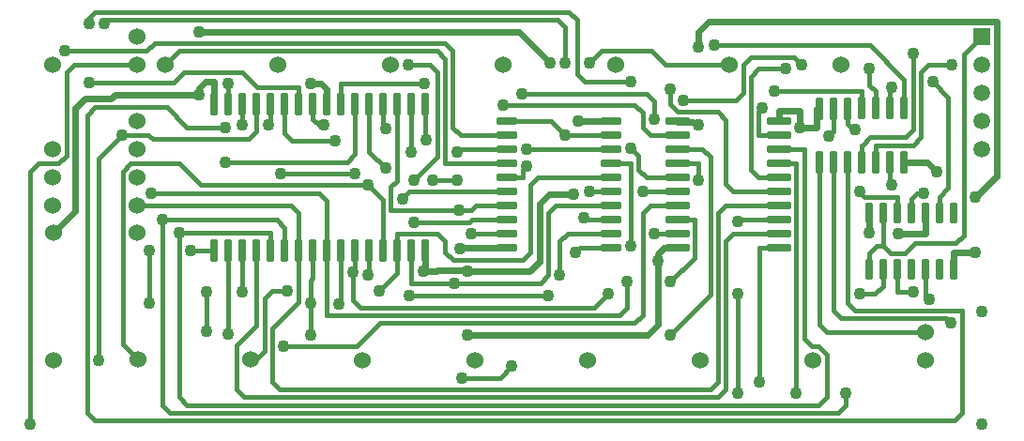
<source format=gtl>
G04 DipTrace 5.0.0.1*
G04 mem-ext-512-sip.GTL*
%MOIN*%
G04 #@! TF.FileFunction,Copper,L1,Top*
G04 #@! TF.Part,Single*
%AMOUTLINE6*
4,1,28,
-0.006299,0.040748,
0.0063,0.040748,
0.008032,0.04052,
0.009646,0.039851,
0.011032,0.038788,
0.012096,0.037401,
0.012764,0.035787,
0.012992,0.034055,
0.012992,-0.034055,
0.012764,-0.035787,
0.012095,-0.037402,
0.011031,-0.038788,
0.009645,-0.039851,
0.008031,-0.04052,
0.006299,-0.040748,
-0.0063,-0.040748,
-0.008032,-0.04052,
-0.009646,-0.039851,
-0.011032,-0.038788,
-0.012096,-0.037401,
-0.012764,-0.035787,
-0.012992,-0.034055,
-0.012992,0.034055,
-0.012764,0.035787,
-0.012095,0.037402,
-0.011031,0.038788,
-0.009645,0.039851,
-0.008031,0.04052,
-0.006299,0.040748,
0*%
%AMOUTLINE9*
4,1,28,
0.006299,-0.040748,
-0.0063,-0.040748,
-0.008032,-0.04052,
-0.009646,-0.039851,
-0.011032,-0.038788,
-0.012096,-0.037401,
-0.012764,-0.035787,
-0.012992,-0.034055,
-0.012992,0.034055,
-0.012764,0.035787,
-0.012095,0.037402,
-0.011031,0.038788,
-0.009645,0.039851,
-0.008031,0.04052,
-0.006299,0.040748,
0.0063,0.040748,
0.008032,0.04052,
0.009646,0.039851,
0.011032,0.038788,
0.012096,0.037401,
0.012764,0.035787,
0.012992,0.034055,
0.012992,-0.034055,
0.012764,-0.035787,
0.012095,-0.037402,
0.011031,-0.038788,
0.009645,-0.039851,
0.008031,-0.04052,
0.006299,-0.040748,
0*%
%AMOUTLINE12*
4,1,28,
0.036417,0.006299,
0.036417,-0.006299,
0.036203,-0.00793,
0.035573,-0.009449,
0.034572,-0.010753,
0.033268,-0.011754,
0.031748,-0.012384,
0.030118,-0.012598,
-0.030118,-0.012598,
-0.031748,-0.012384,
-0.033268,-0.011754,
-0.034572,-0.010753,
-0.035573,-0.009449,
-0.036203,-0.00793,
-0.036417,-0.006299,
-0.036417,0.006299,
-0.036203,0.00793,
-0.035573,0.009449,
-0.034572,0.010753,
-0.033268,0.011754,
-0.031748,0.012384,
-0.030118,0.012598,
0.030118,0.012598,
0.031748,0.012384,
0.033268,0.011754,
0.034572,0.010753,
0.035573,0.009449,
0.036203,0.00793,
0.036417,0.006299,
0*%
%AMOUTLINE15*
4,1,28,
-0.036417,-0.006299,
-0.036417,0.006299,
-0.036203,0.00793,
-0.035573,0.009449,
-0.034572,0.010753,
-0.033268,0.011754,
-0.031748,0.012384,
-0.030118,0.012598,
0.030118,0.012598,
0.031748,0.012384,
0.033268,0.011754,
0.034572,0.010753,
0.035573,0.009449,
0.036203,0.00793,
0.036417,0.006299,
0.036417,-0.006299,
0.036203,-0.00793,
0.035573,-0.009449,
0.034572,-0.010753,
0.033268,-0.011754,
0.031748,-0.012384,
0.030118,-0.012598,
-0.030118,-0.012598,
-0.031748,-0.012384,
-0.033268,-0.011754,
-0.034572,-0.010753,
-0.035573,-0.009449,
-0.036203,-0.00793,
-0.036417,-0.006299,
0*%
%AMOUTLINE18*
4,1,28,
0.042323,0.006498,
0.042323,-0.006494,
0.042109,-0.008125,
0.041479,-0.009644,
0.040478,-0.010949,
0.039174,-0.01195,
0.037655,-0.012579,
0.036024,-0.012794,
-0.036023,-0.012797,
-0.037653,-0.012582,
-0.039173,-0.011953,
-0.040477,-0.010952,
-0.041478,-0.009647,
-0.042108,-0.008128,
-0.042323,-0.006498,
-0.042323,0.006494,
-0.042109,0.008125,
-0.041479,0.009644,
-0.040478,0.010949,
-0.039174,0.01195,
-0.037655,0.012579,
-0.036024,0.012794,
0.036023,0.012797,
0.037653,0.012582,
0.039173,0.011953,
0.040477,0.010952,
0.041478,0.009647,
0.042108,0.008128,
0.042323,0.006498,
0*%
%AMOUTLINE21*
4,1,28,
-0.042323,-0.006498,
-0.042323,0.006494,
-0.042109,0.008125,
-0.041479,0.009644,
-0.040478,0.010949,
-0.039174,0.01195,
-0.037655,0.012579,
-0.036024,0.012794,
0.036023,0.012797,
0.037653,0.012582,
0.039173,0.011953,
0.040477,0.010952,
0.041478,0.009647,
0.042108,0.008128,
0.042323,0.006498,
0.042323,-0.006494,
0.042109,-0.008125,
0.041479,-0.009644,
0.040478,-0.010949,
0.039174,-0.01195,
0.037655,-0.012579,
0.036024,-0.012794,
-0.036023,-0.012797,
-0.037653,-0.012582,
-0.039173,-0.011953,
-0.040477,-0.010952,
-0.041478,-0.009647,
-0.042108,-0.008128,
-0.042323,-0.006498,
0*%
%AMOUTLINE24*
4,1,28,
-0.006302,0.040748,
0.006296,0.040748,
0.008028,0.040521,
0.009643,0.039852,
0.011029,0.038789,
0.012093,0.037402,
0.012761,0.035788,
0.01299,0.034056,
0.012995,-0.034054,
0.012767,-0.035786,
0.012098,-0.037401,
0.011035,-0.038787,
0.009649,-0.039851,
0.008034,-0.040519,
0.006302,-0.040748,
-0.006296,-0.040748,
-0.008028,-0.040521,
-0.009643,-0.039852,
-0.011029,-0.038789,
-0.012093,-0.037402,
-0.012761,-0.035788,
-0.01299,-0.034056,
-0.012995,0.034054,
-0.012767,0.035786,
-0.012098,0.037401,
-0.011035,0.038787,
-0.009649,0.039851,
-0.008034,0.040519,
-0.006302,0.040748,
0*%
%AMOUTLINE27*
4,1,28,
0.006302,-0.040748,
-0.006296,-0.040748,
-0.008028,-0.040521,
-0.009643,-0.039852,
-0.011029,-0.038789,
-0.012093,-0.037402,
-0.012761,-0.035788,
-0.01299,-0.034056,
-0.012995,0.034054,
-0.012767,0.035786,
-0.012098,0.037401,
-0.011035,0.038787,
-0.009649,0.039851,
-0.008034,0.040519,
-0.006302,0.040748,
0.006296,0.040748,
0.008028,0.040521,
0.009643,0.039852,
0.011029,0.038789,
0.012093,0.037402,
0.012761,0.035788,
0.01299,0.034056,
0.012995,-0.034054,
0.012767,-0.035786,
0.012098,-0.037401,
0.011035,-0.038787,
0.009649,-0.039851,
0.008034,-0.040519,
0.006302,-0.040748,
0*%
%AMOUTLINE30*
4,1,28,
-0.006499,0.036417,
0.006494,0.036418,
0.008124,0.036203,
0.009643,0.035574,
0.010948,0.034573,
0.011949,0.033269,
0.012578,0.031749,
0.012793,0.030119,
0.012797,-0.030117,
0.012583,-0.031748,
0.011954,-0.033267,
0.010953,-0.034572,
0.009648,-0.035573,
0.008129,-0.036202,
0.006499,-0.036417,
-0.006494,-0.036418,
-0.008124,-0.036203,
-0.009643,-0.035574,
-0.010948,-0.034573,
-0.011949,-0.033269,
-0.012578,-0.031749,
-0.012793,-0.030119,
-0.012797,0.030117,
-0.012583,0.031748,
-0.011954,0.033267,
-0.010953,0.034572,
-0.009648,0.035573,
-0.008129,0.036202,
-0.006499,0.036417,
0*%
%AMOUTLINE33*
4,1,28,
0.006499,-0.036417,
-0.006494,-0.036418,
-0.008124,-0.036203,
-0.009643,-0.035574,
-0.010948,-0.034573,
-0.011949,-0.033269,
-0.012578,-0.031749,
-0.012793,-0.030119,
-0.012797,0.030117,
-0.012583,0.031748,
-0.011954,0.033267,
-0.010953,0.034572,
-0.009648,0.035573,
-0.008129,0.036202,
-0.006499,0.036417,
0.006494,0.036418,
0.008124,0.036203,
0.009643,0.035574,
0.010948,0.034573,
0.011949,0.033269,
0.012578,0.031749,
0.012793,0.030119,
0.012797,-0.030117,
0.012583,-0.031748,
0.011954,-0.033267,
0.010953,-0.034572,
0.009648,-0.035573,
0.008129,-0.036202,
0.006499,-0.036417,
0*%
G04 #@! TA.AperFunction,Conductor*
%ADD15C,0.015748*%
%ADD16C,0.023622*%
G04 #@! TA.AperFunction,ComponentPad*
%ADD19C,0.06*%
%ADD20C,0.043307*%
%ADD21R,0.059055X0.059055*%
%ADD22C,0.059055*%
G04 #@! TA.AperFunction,ViaPad*
%ADD23C,0.043307*%
%ADD45OUTLINE6*%
%ADD48OUTLINE9*%
%ADD51OUTLINE12*%
%ADD54OUTLINE15*%
%ADD57OUTLINE18*%
%ADD60OUTLINE21*%
%ADD63OUTLINE24*%
%ADD66OUTLINE27*%
%ADD69OUTLINE30*%
%ADD72OUTLINE33*%
%FSLAX26Y26*%
G04*
G70*
G90*
G75*
G01*
G04 Top*
%LPD*%
X3739178Y1743702D2*
D15*
X3656501D1*
X3628942Y1716143D1*
Y1486222D1*
X3601383Y1458663D1*
X3468712D1*
Y1398232D1*
X3602115Y937600D2*
X3543712D1*
Y1018697D1*
X3639753Y1288584D2*
X3615358D1*
X3593698Y1266924D1*
Y1218701D1*
X708895Y693702D2*
Y1410714D1*
X791568Y1493387D1*
X2528941Y1493701D2*
X2366151Y1493700D1*
X729481Y1889844D2*
D3*
X791568Y1493387D2*
X886498D1*
X900277Y1479608D1*
X1241139D1*
X1268703Y1507172D1*
Y1603545D1*
X2366151Y1493700D2*
X2316151Y1543701D1*
X2158469D1*
X729481Y1889844D2*
X743260Y1903623D1*
X2338592D1*
X2366151Y1876064D1*
Y1752048D1*
X3643701Y793701D2*
X3296265D1*
X3268712Y821254D1*
Y1398217D1*
X1168698Y1083861D2*
X1168702Y788926D1*
X3734725Y827360D2*
X3718698Y843387D1*
X3346265D1*
X3318712Y870941D1*
Y1398221D1*
X466540Y466537D2*
Y1365828D1*
X494099Y1393387D1*
X565828D1*
X593387Y1420946D1*
Y1716139D1*
X620949Y1743701D1*
X843701D1*
X3601383Y1785041D2*
Y1513781D1*
X3573824Y1486222D1*
X3448505D1*
X3420946Y1458663D1*
X3418712D1*
Y1398228D1*
X588580Y1793387D2*
X879607D1*
X907166Y1820946D1*
X1938942D1*
X1966501Y1793387D1*
Y1521261D1*
X1994062Y1493701D1*
X2158469D1*
X943701Y1743701D2*
X993387Y1793387D1*
X1911383D1*
X1938942Y1765828D1*
Y1393701D1*
X2158469D1*
X1787599Y1268308D2*
X1812992Y1293701D1*
X2158469D1*
X1356269Y1357478D2*
X1619489D1*
X1828938Y1185631D2*
X2026293D1*
X2034363Y1193701D1*
X2158469D1*
X1807166Y1743702D2*
X1883824D1*
X1911383Y1716143D1*
Y1417486D1*
X1828938Y1335041D1*
X2401580Y1078541D2*
X2416740Y1093701D1*
X2528941D1*
X2431497Y1202308D2*
X2440105Y1193701D1*
X2528941D1*
X3410044Y931419D2*
X3466143D1*
X3493712Y958988D1*
Y1018694D1*
X2528941Y1293701D2*
X2452765Y1293702D1*
X2947900Y1743701D2*
X2720132D1*
X2670445Y1793387D1*
X2494104D1*
X2452765Y1752048D1*
X3410044Y1294493D2*
X3429733Y1274804D1*
X3543698D1*
Y1218697D1*
X2598824Y1100789D2*
Y1393701D1*
X2528941D1*
X3204281Y1743702D2*
X3176714Y1771269D1*
X3025147D1*
X2997588Y1743710D1*
Y1645080D1*
X2970029Y1617521D1*
X2786308D1*
X3821855Y1078741D2*
D16*
X3743712D1*
Y1018711D1*
X1868698Y1083855D2*
Y1015938D1*
X1862403Y1009643D1*
X2016851Y784726D2*
X2658466D1*
X2693899Y820159D1*
Y1047442D1*
X2839178Y1530119D2*
D3*
X1991348Y1092320D2*
D3*
X2839178Y1807167D2*
Y1861419D1*
X2874611Y1896852D1*
X3896851D1*
Y1348619D1*
X3821855Y1273623D1*
X3685029Y1364174D2*
X3650964Y1398239D1*
X3568712D1*
X1463198Y1677757D2*
X1497048D1*
X1518703Y1656102D1*
Y1603543D1*
X2016851Y1009643D2*
X2238194D1*
X2273627Y1045076D1*
Y1249608D1*
X2309060Y1285041D1*
X2395477D1*
X2016851Y1009643D2*
D3*
X1862403D2*
X1907679D1*
X1912108Y1014072D1*
X2012422D1*
X2016851Y1009643D1*
X1862403D2*
D3*
X2693899Y1047442D2*
Y1072048D1*
X2715544Y1093693D1*
X2763399D1*
X2763380Y1543693D2*
D3*
X2839178Y1530119D2*
X2829336D1*
X2817525Y1541930D1*
X2763380D1*
Y1543693D1*
X1991348Y1092320D2*
X1992729Y1093701D1*
X2158469D1*
X3302359Y1490159D2*
D15*
X3318698Y1506498D1*
Y1589166D1*
X3523430Y1663387D2*
D3*
Y1318899D2*
D3*
Y1663387D2*
X3518698Y1658655D1*
Y1589181D1*
X3523430Y1318899D2*
X3518712Y1323618D1*
Y1398236D1*
X3393387Y1513781D2*
D3*
X3670281Y1685041D2*
X3726367Y1628955D1*
Y1307467D1*
X3693698Y1274798D1*
Y1218708D1*
X3393387Y1513781D2*
X3390357D1*
X3368698Y1535441D1*
Y1589170D1*
X3446265Y1732285D2*
Y1672047D1*
X3468698Y1649615D1*
Y1589177D1*
X3657233Y912285D2*
X3643712Y925807D1*
Y1018704D1*
X2894296Y1812604D2*
X3447441D1*
X3568698Y1691348D1*
Y1589184D1*
X1218703Y1603546D2*
X1218702Y1529328D1*
X1158466Y1398816D2*
X1591139D1*
X1618703Y1426380D1*
Y1603542D1*
X1158466Y1520946D2*
X1022729D1*
X950288Y1593387D1*
X695115D1*
X667556Y1565828D1*
Y507875D1*
X695115Y480316D1*
X3748505D1*
X3776064Y507875D1*
Y870946D1*
X3396265D1*
X3368712Y898500D1*
Y1398225D1*
X1549812Y1474214D2*
X1396261D1*
X1368703Y1501772D1*
Y1603544D1*
X2145674Y1600395D2*
X2612603D1*
X2640162Y1572836D1*
Y1521262D1*
X2667731Y1493693D1*
X2763382D1*
X2598824Y1447856D2*
X2626383Y1420297D1*
Y1371261D1*
X2653951Y1343693D1*
X2763389D1*
X674363Y1889844D2*
D3*
Y1680237D2*
X973957D1*
X1012816Y1719096D1*
X1217127D1*
X1272245Y1663978D1*
X1418703D1*
Y1603544D1*
X674363Y1889844D2*
Y1909528D1*
X696017Y1931182D1*
X2379930D1*
X2407489Y1903623D1*
Y1710635D1*
X2435048Y1683076D1*
X2598824D1*
X2763391Y1293693D2*
X2640162Y1293702D1*
X1864930Y1677757D2*
X1568703D1*
Y1603543D1*
X2763397Y1143693D2*
X2681501Y1143702D1*
X2212210Y1641734D2*
X2653941D1*
X2681501Y1614174D1*
Y1550985D1*
X1508474Y1529328D2*
X1490355D1*
X1468703Y1550980D1*
Y1603544D1*
X3066485Y1589962D2*
D3*
X1168703Y1603546D2*
X1168702Y1677757D1*
X3066485Y1589962D2*
X3052706Y1576183D1*
Y1493709D1*
X3124012D1*
X3149162Y1729930D2*
X3052706D1*
X3025147Y1702371D1*
Y1371261D1*
X3052700Y1343709D1*
X3124019D1*
X1091143Y937218D2*
Y798501D1*
X1218698Y1083861D2*
X1218702Y937218D1*
X1310040Y1529328D2*
D3*
X2736619Y1656497D2*
Y1603741D1*
X2764178Y1576182D1*
X2908076D1*
X2935635Y1548623D1*
Y1321261D1*
X2963188Y1293709D1*
X3124021D1*
X1310040Y1529328D2*
X1318703Y1537991D1*
Y1603545D1*
X1268698Y1083860D2*
Y818072D1*
X1198214Y747588D1*
Y590552D1*
X1225773Y562993D1*
X2908076D1*
X2935635Y590552D1*
Y1116139D1*
X2963205Y1143709D1*
X3124027D1*
X3054533Y618111D2*
Y1093709D1*
X3124029D1*
X1118698Y1083862D2*
X1034725Y1083860D1*
X3107824Y1649608D2*
X3418698D1*
Y1589173D1*
X1718698Y1083856D2*
Y1263005D1*
X1665564Y1316139D1*
X2528941Y1443701D2*
X2228351Y1443698D1*
X1665564Y1316139D2*
X1072698D1*
X995450Y1393387D1*
X821572D1*
X794013Y1365828D1*
Y751787D1*
X847900Y697900D1*
X1704135Y940761D2*
X1768698Y1005324D1*
Y1083856D1*
X1377359Y940761D2*
X1325147D1*
X1297588Y913202D1*
Y727900D1*
X1267588Y697900D1*
X1247900D1*
X1768698Y1083856D2*
Y1144293D1*
X1911615D1*
X1939174Y1116734D1*
Y1078541D1*
X1966733Y1050982D1*
X2214572D1*
X2242131Y1078541D1*
Y1316139D1*
X2269693Y1343701D1*
X2528941D1*
X1247900Y697900D2*
D3*
X1818698Y1083855D2*
Y968304D1*
X1971576D1*
X2277564D1*
X2305123Y995863D1*
Y1216138D1*
X2332686Y1243701D1*
X2528941D1*
X1870044Y1476379D2*
D3*
X1998824Y631895D2*
X2134729D1*
X2176064Y673230D1*
X2346462Y995863D2*
Y1116139D1*
X2374024Y1143701D1*
X2528941D1*
X1870044Y1476379D2*
X1868703Y1477720D1*
Y1603540D1*
X2158469Y1143701D2*
X2030324Y1143702D1*
X1818703Y1603540D2*
X1818702Y1435045D1*
X2158469Y1243701D2*
X2047059D1*
X2030328Y1226970D1*
X1988989D1*
X1746261D1*
Y1310041D1*
X1768703Y1332483D1*
Y1603541D1*
X1727359Y1517718D2*
D3*
X2228351Y1385041D2*
D3*
X1727359Y1517718D2*
X1718703Y1526374D1*
Y1603541D1*
X2228351Y1385041D2*
X2214572Y1371262D1*
Y1343702D1*
X2194887D1*
Y1343701D1*
X2158469D1*
X1727359Y1376379D2*
X1668703Y1435035D1*
Y1603542D1*
X1980281Y1435041D2*
X1988941Y1443701D1*
X2158469D1*
X1980281Y1335041D2*
X1894438D1*
X1665159Y995875D2*
D3*
X2739174Y784726D2*
X2880517Y926069D1*
Y1416139D1*
X2852963Y1443693D1*
X2763384D1*
X1810040Y922521D2*
X2305127D1*
X1665159Y995875D2*
X1668698Y999414D1*
Y1083857D1*
X2839178Y1333659D2*
Y1393693D1*
X2763387D1*
X1610040Y1007667D2*
Y908741D1*
X1637599Y881182D1*
X2469453D1*
X2519690Y931419D1*
X1610040Y1007667D2*
D3*
X1618698Y1083857D2*
Y1016325D1*
X1610040Y1007667D1*
X1366485Y743387D2*
X1624485D1*
X1707162Y826064D1*
X2612603D1*
X2640162Y853623D1*
Y1216139D1*
X2667716Y1243693D1*
X2763393D1*
X1560040Y894962D2*
X1568698Y903620D1*
Y1083858D1*
X2586426Y972757D2*
Y881182D1*
X2558867Y853623D1*
X1518698D1*
Y1083858D1*
X2739174Y972757D2*
X2825399Y1058982D1*
Y1193693D1*
X2763395D1*
X1518698Y1083858D2*
Y1261024D1*
X1491142Y1288580D1*
X893387D1*
X1460040Y785643D2*
Y895879D1*
X888580Y1084438D2*
Y895879D1*
X2976974Y1186808D2*
D3*
Y576773D2*
Y931419D1*
X1460040Y895879D2*
Y978871D1*
X1468698Y987529D1*
Y1083858D1*
X2976974Y1186808D2*
X2983875Y1193709D1*
X3124025D1*
X843701Y1243701D2*
X1391140D1*
X1418698Y1216142D1*
Y1083859D1*
Y901321D1*
X1325147Y807770D1*
Y618111D1*
X1352706Y590552D1*
X2880517D1*
X2908076Y618111D1*
Y1216139D1*
X2935646Y1243709D1*
X3124023D1*
X3362285Y576773D2*
Y535435D1*
X3334725Y507875D1*
X962914D1*
X935355Y535434D1*
Y1192777D1*
X3186029Y576773D2*
Y1393709D1*
X3124016D1*
X935355Y1192777D2*
X1341139D1*
X1368698Y1165218D1*
Y1083859D1*
X1318698Y1083860D2*
Y1147903D1*
X993387D1*
Y562993D1*
X1020946Y535434D1*
X3265828D1*
X3293387Y562993D1*
Y715828D1*
X3265828Y743387D1*
X3241147D1*
X3213588Y770946D1*
Y1443709D1*
X3124014D1*
X1118703Y1603547D2*
D16*
Y1684056D1*
X1087875D1*
X1066222Y1662403D1*
Y1638781D1*
X3549599Y1143702D2*
X3643698D1*
Y1218704D1*
X3124010Y1543709D2*
Y1580119D1*
X3199808D1*
Y1521651D1*
X2528941Y1543701D2*
X2411426Y1543702D1*
X3445477Y1148816D2*
D3*
X1066222Y1862285D2*
X2200792D1*
X2311029Y1752048D1*
X1066222Y1638781D2*
X767021D1*
X753123Y1624883D1*
X660316D1*
X624883Y1589450D1*
Y1224883D1*
X547900Y1147900D1*
X3268698Y1589162D2*
D3*
X3199808Y1521651D2*
X3257084D1*
Y1589162D1*
X3268698D1*
X3445477Y1148816D2*
X3443698Y1150596D1*
Y1218690D1*
X3443712Y1018690D2*
D15*
Y1074810D1*
X3471265Y1102363D1*
X3493704D1*
X3521263Y1074804D1*
X3573222D1*
X3608655Y1110237D1*
X3752957D1*
X3780517Y1137797D1*
Y1780521D1*
X3843697Y1843701D1*
X3493704Y1102363D2*
X3493698Y1218694D1*
D23*
X3739178Y1743702D3*
X3602115Y937600D3*
X3639753Y1288584D3*
X708895Y693702D3*
X2366151Y1752048D3*
X729481Y1889844D3*
X791568Y1493387D3*
X2366151Y1493700D3*
X1168702Y788926D3*
X3734725Y827360D3*
X466540Y466537D3*
X3601383Y1785041D3*
X588580Y1793387D3*
X1787599Y1268308D3*
X1619489Y1357478D3*
X1356269D3*
X1828938Y1185631D3*
Y1335041D3*
X1807166Y1743702D3*
X2401580Y1078541D3*
X2431497Y1202308D3*
X3410044Y931419D3*
X2452765Y1293702D3*
Y1752048D3*
X3410044Y1294493D3*
X2598824Y1100789D3*
X2786308Y1617521D3*
X3204281Y1743702D3*
X3821855Y1078741D3*
X2395477Y1285041D3*
X1991348Y1092320D3*
X3821855Y1273623D3*
X2839178Y1807167D3*
X3685029Y1364174D3*
X1463198Y1677757D3*
X2016851Y784726D3*
X2693899Y1047442D3*
X2839178Y1530119D3*
X2016851Y1009643D3*
X1862403D3*
X3302359Y1490159D3*
X3523430Y1663387D3*
Y1318899D3*
X3393387Y1513781D3*
X3670281Y1685041D3*
X3446265Y1732285D3*
X3657233Y912285D3*
X2894296Y1812604D3*
X1218702Y1529328D3*
X1158466Y1398816D3*
Y1520946D3*
X1549812Y1474214D3*
X2145674Y1600395D3*
X2598824Y1447856D3*
Y1683076D3*
X674363Y1889844D3*
Y1680237D3*
X2640162Y1293702D3*
X1864930Y1677757D3*
X2681501Y1143702D3*
Y1550985D3*
X2212210Y1641734D3*
X1508474Y1529328D3*
X3066485Y1589962D3*
X1168702Y1677757D3*
X3149162Y1729930D3*
X1091143Y798501D3*
Y937218D3*
X1218702D3*
X1310040Y1529328D3*
X2736619Y1656497D3*
X3054533Y618111D3*
X1034725Y1083860D3*
X3107824Y1649608D3*
X2228351Y1443698D3*
X1665564Y1316139D3*
X1704135Y940761D3*
X1377359D3*
X1971576Y968304D3*
X1870044Y1476379D3*
X2176064Y673230D3*
X1998824Y631895D3*
X2346462Y995863D3*
X1818702Y1435045D3*
X2030324Y1143702D3*
X1988989Y1226970D3*
X1727359Y1517718D3*
X2228351Y1385041D3*
X1727359Y1376379D3*
X1980281Y1435041D3*
Y1335041D3*
X1894438D3*
X2739174Y784726D3*
X2305127Y922521D3*
X1810040D3*
X1665159Y995875D3*
X2839178Y1333659D3*
X2519690Y931419D3*
X1610040Y1007667D3*
X1366485Y743387D3*
X1560040Y894962D3*
X893387Y1288580D3*
X2739174Y972757D3*
X2586426D3*
X888580Y895879D3*
Y1084438D3*
X2976974Y1186808D3*
Y931419D3*
Y576773D3*
X1460040Y785643D3*
Y895879D3*
X3186029Y576773D3*
X3362285D3*
X935355Y1192777D3*
X993387Y1147903D3*
X2411426Y1543702D3*
X2311029Y1752048D3*
X1066222Y1862285D3*
X3199808Y1521651D3*
X3549599Y1143702D3*
X3445477Y1148816D3*
X1066222Y1638781D3*
D45*
X1118698Y1083862D3*
X1168698Y1083861D3*
X1218698D3*
X1268698Y1083860D3*
X1318698D3*
X1368698Y1083859D3*
X1418698D3*
X1468698Y1083858D3*
X1518698D3*
X1568698D3*
X1618698Y1083857D3*
X1668698D3*
X1718698Y1083856D3*
X1768698D3*
X1818698Y1083855D3*
X1868698D3*
D48*
X1868703Y1603540D3*
X1818703D3*
X1768703Y1603541D3*
X1718703D3*
X1668703Y1603542D3*
X1618703D3*
X1568703Y1603543D3*
X1518703D3*
X1468703Y1603544D3*
X1418703D3*
X1368703D3*
X1318703Y1603545D3*
X1268703D3*
X1218703Y1603546D3*
X1168703D3*
X1118703Y1603547D3*
D51*
X2158469Y1543701D3*
Y1493701D3*
Y1443701D3*
Y1393701D3*
Y1343701D3*
Y1293701D3*
Y1243701D3*
Y1193701D3*
Y1143701D3*
Y1093701D3*
D54*
X2528941D3*
Y1143701D3*
Y1193701D3*
Y1243701D3*
Y1293701D3*
Y1343701D3*
Y1393701D3*
Y1443701D3*
Y1493701D3*
Y1543701D3*
D57*
X2763380Y1543693D3*
X2763382Y1493693D3*
X2763384Y1443693D3*
X2763387Y1393693D3*
X2763389Y1343693D3*
X2763391Y1293693D3*
X2763393Y1243693D3*
X2763395Y1193693D3*
X2763397Y1143693D3*
X2763399Y1093693D3*
D60*
X3124029Y1093709D3*
X3124027Y1143709D3*
X3124025Y1193709D3*
X3124023Y1243709D3*
X3124021Y1293709D3*
X3124019Y1343709D3*
X3124016Y1393709D3*
X3124014Y1443709D3*
X3124012Y1493709D3*
X3124010Y1543709D3*
D63*
X3268712Y1398217D3*
X3318712Y1398221D3*
X3368712Y1398225D3*
X3418712Y1398228D3*
X3468712Y1398232D3*
X3518712Y1398236D3*
X3568712Y1398239D3*
D66*
X3568698Y1589184D3*
X3518698Y1589181D3*
X3468698Y1589177D3*
X3418698Y1589173D3*
X3368698Y1589170D3*
X3318698Y1589166D3*
X3268698Y1589162D3*
D69*
X3443712Y1018690D3*
X3493712Y1018694D3*
X3543712Y1018697D3*
X3593712Y1018701D3*
X3643712Y1018704D3*
X3693712Y1018708D3*
X3743712Y1018711D3*
D72*
X3743698Y1218711D3*
X3693698Y1218708D3*
X3643698Y1218704D3*
X3593698Y1218701D3*
X3543698Y1218697D3*
X3493698Y1218694D3*
X3443698Y1218690D3*
D19*
X3643701Y793701D3*
X843701Y1743701D3*
Y1243701D3*
Y1843701D3*
Y1443701D3*
X547900Y1147900D3*
X543701Y1443701D3*
Y1243701D3*
X843701Y1343701D3*
Y1543701D3*
Y1147900D3*
X543701Y1343701D3*
X2543701Y1743701D3*
X1743701D3*
X543701D3*
X943701D3*
X2143701D3*
X2947900D3*
X3343701D3*
X1343701D3*
X2843701Y693701D3*
X2043701D3*
X847900Y697900D3*
X1247900D3*
X2443701Y693701D3*
X3243701D3*
X3643701D3*
X1643701D3*
X547900D3*
D20*
X3843708Y468701D3*
X3843701Y868701D3*
D21*
X3843697Y1843701D3*
D22*
X3843699Y1743701D3*
X3843701Y1643701D3*
X3843703Y1543701D3*
X3843704Y1443701D3*
M02*

</source>
